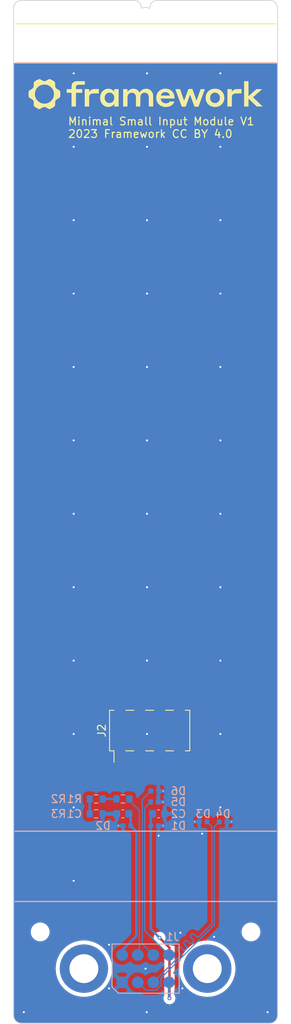
<source format=kicad_pcb>
(kicad_pcb (version 20240108) (generator "pcbnew") (generator_version "8.0")
  (title_block (title "Minimal Small Input Module") (date "2023-03-12") (rev "V1") (company "Framework Computer Inc") (comment 1 "https://frame.work") (comment 2 "https://github.com/FrameworkComputer/InputModules") (comment 3 "This work is licensed under a Creative Commons Attribution 4.0 International License"))
  (layers (0 "F.Cu" signal) (31 "B.Cu" signal) (34 "B.Paste" user) (35 "F.Paste" user) (36 "B.SilkS" user "B.Silkscreen") (37 "F.SilkS" user "F.Silkscreen") (38 "B.Mask" user) (39 "F.Mask" user) (44 "Edge.Cuts" user))
  (net 0 "")
  (net 1 "GND")
  (net 2 "+3V3")
  (net 3 "+5V")
  (net 4 "/I2C_SDA")
  (net 5 "/I2C_SCL")
  (net 6 "/TP_INT_0")
  (net 7 "/BOARD_ID")
  (net 8 "/TP_INT_1")
  (net 9 "Net-(R1-Pad2)")
  (net 10 "Net-(R2-Pad1)")
  (footprint "MountingHole:MountingHole_2.1mm" (layer "F.Cu") (at 80.42 169.3)
    (property "Reference" "H4" (hide yes))
    (property "Value" "MountingHole")
    (pad "" np_thru_hole circle (at 0 0) (size 2.1 2.1) (drill 2.1) (layers "*.Cu" "*.Mask"))
  )
  (footprint "Connector_PinHeader_2.54mm:PinHeader_2x04_P2.54mm_Vertical_SMD" (layer "F.Cu") (at 67.437 143.51 90)
    (property "Reference" "J2" (at 0 -6.14 90) (layer "F.SilkS"))
    (property "Value" "Debug Header")
    (fp_line (start 2.6 -5.14) (end 2.6 -4.57) (stroke (width 0.12)) (layer "F.SilkS"))
    (fp_line (start -2.6 -5.14) (end 2.6 -5.14) (stroke (width 0.12)) (layer "F.SilkS"))
    (fp_line (start -2.6 -5.14) (end -2.6 -4.57) (stroke (width 0.12)) (layer "F.SilkS"))
    (fp_line (start -4.04 -4.57) (end -2.6 -4.57) (stroke (width 0.12)) (layer "F.SilkS"))
    (fp_line (start 2.6 -3.05) (end 2.6 -2.03) (stroke (width 0.12)) (layer "F.SilkS"))
    (fp_line (start -2.6 -3.05) (end -2.6 -2.03) (stroke (width 0.12)) (layer "F.SilkS"))
    (fp_line (start 2.6 -0.51) (end 2.6 0.51) (stroke (width 0.12)) (layer "F.SilkS"))
    (fp_line (start -2.6 -0.51) (end -2.6 0.51) (stroke (width 0.12)) (layer "F.SilkS"))
    (fp_line (start 2.6 2.03) (end 2.6 3.05) (stroke (width 0.12)) (layer "F.SilkS"))
    (fp_line (start -2.6 2.03) (end -2.6 3.05) (stroke (width 0.12)) (layer "F.SilkS"))
    (fp_line (start 2.6 4.57) (end 2.6 5.14) (stroke (width 0.12)) (layer "F.SilkS"))
    (fp_line (start -2.6 4.57) (end -2.6 5.14) (stroke (width 0.12)) (layer "F.SilkS"))
    (fp_line (start -2.6 5.14) (end 2.6 5.14) (stroke (width 0.12)) (layer "F.SilkS"))
    (pad "1" smd rect (at -2.525 -3.81 90) (size 3.15 1) (layers "F.Cu" "F.Paste" "F.Mask") (net 1 "GND"))
    (pad "2" smd rect (at 2.525 -3.81 90) (size 3.15 1) (layers "F.Cu" "F.Paste" "F.Mask") (net 3 "+5V"))
    (pad "3" smd rect (at -2.525 -1.27 90) (size 3.15 1) (layers "F.Cu" "F.Paste" "F.Mask") (net 5 "/I2C_SCL"))
    (pad "4" smd rect (at 2.525 -1.27 90) (size 3.15 1) (layers "F.Cu" "F.Paste" "F.Mask") (net 7 "/BOARD_ID"))
    (pad "5" smd rect (at -2.525 1.27 90) (size 3.15 1) (layers "F.Cu" "F.Paste" "F.Mask") (net 4 "/I2C_SDA"))
    (pad "6" smd rect (at 2.525 1.27 90) (size 3.15 1) (layers "F.Cu" "F.Paste" "F.Mask") (net 8 "/TP_INT_1"))
    (pad "7" smd rect (at -2.525 3.81 90) (size 3.15 1) (layers "F.Cu" "F.Paste" "F.Mask") (net 2 "+3V3"))
    (pad "8" smd rect (at 2.525 3.81 90) (size 3.15 1) (layers "F.Cu" "F.Paste" "F.Mask") (net 6 "/TP_INT_0"))
  )
  (footprint "MountingHole:MountingHole_2.1mm" (layer "F.Cu") (at 53.41 169.3)
    (property "Reference" "H3" (hide yes))
    (property "Value" "MountingHole")
    (pad "" np_thru_hole circle (at 0 0) (size 2.1 2.1) (drill 2.1) (layers "*.Cu" "*.Mask"))
  )
  (footprint "InputModule:Framework-Logo_3.8mm_SilkScreen" (layer "F.Cu") (at 66.9125 62)
    (property "Reference" "G***" (hide yes))
    (property "Value" "LOGO" (hide yes))
    (fp_poly (pts (xy 13.191358 -0.696725) (xy 13.194163 0.264742) (xy 13.701497 -0.186237) (xy 14.20883 -0.637215) (xy 14.944264 -0.631431) (xy 14.35715 -0.116281) (xy 14.260339 -0.031182) (xy 14.168592 0.049769) (xy 14.083214 0.125399) (xy 14.005512 0.194538) (xy 13.936789 0.256016) (xy 13.878352 0.308661) (xy 13.831505 0.351303) (xy 13.797555 0.382771) (xy 13.777807 0.401895) (xy 13.773107 0.407511) (xy 13.781381 0.416351) (xy 13.80428 0.439065) (xy 13.840504 0.474402) (xy 13.888752 0.521109) (xy 13.947727 0.577936) (xy 14.016126 0.643632) (xy 14.09265 0.716946) (xy 14.176 0.796625) (xy 14.264875 0.881419) (xy 14.319758 0.933702) (xy 14.413547 1.023038) (xy 14.504318 1.109576) (xy 14.590548 1.191856) (xy 14.670712 1.268421) (xy 14.743286 1.337814) (xy 14.806745 1.398576) (xy 14.859567 1.44925) (xy 14.900225 1.488378) (xy 14.927198 1.514503) (xy 14.934615 1.521777) (xy 15.005892 1.592305) (xy 14.627135 1.591974) (xy 14.248379 1.591643) (xy 13.721271 1.089668) (xy 13.194163 0.587692) (xy 13.191307 1.089998) (xy 13.188451 1.592305) (xy 12.628621 1.592305) (xy 12.628621 -1.658193) (xy 13.188553 -1.658193)) (fill solid) (layer "F.SilkS"))
    (fp_poly (pts (xy 12.299178 -0.089694) (xy 11.890121 -0.084905) (xy 11.773837 -0.083384) (xy 11.676988 -0.081594) (xy 11.597046 -0.079241) (xy 11.531484 -0.076031) (xy 11.477773 -0.071671) (xy 11.433387 -0.065866) (xy 11.395797 -0.058322) (xy 11.362476 -0.048746) (xy 11.330896 -0.036842) (xy 11.298528 -0.022318) (xy 11.281542 -0.01412) (xy 11.204113 0.035213) (xy 11.142885 0.0993) (xy 11.098119 0.177789) (xy 11.070073 0.270326) (xy 11.069345 0.274092) (xy 11.066999 0.297725) (xy 11.064879 0.341747) (xy 11.063008 0.404589) (xy 11.061411 0.484679) (xy 11.060116 0.580444) (xy 11.059145 0.690315) (xy 11.058526 0.812718) (xy 11.058282 0.946084) (xy 11.058279 0.962372) (xy 11.058279 1.592305) (xy 10.487246 1.592305) (xy 10.487246 -0.636922) (xy 11.058279 -0.636922) (xy 11.058279 -0.283014) (xy 11.103022 -0.350017) (xy 11.173973 -0.436631) (xy 11.262137 -0.510308) (xy 11.366477 -0.570329) (xy 11.485955 -0.615973) (xy 11.486733 -0.616207) (xy 11.510544 -0.623001) (xy 11.533849 -0.62848) (xy 11.559392 -0.632822) (xy 11.589915 -0.636205) (xy 11.628161 -0.638806) (xy 11.676873 -0.640804) (xy 11.738795 -0.642376) (xy 11.816669 -0.643699) (xy 11.913238 -0.644953) (xy 11.934046 -0.645199) (xy 12.299178 -0.64948)) (fill solid) (layer "F.SilkS"))
    (fp_poly (pts (xy -5.984868 -0.089694) (xy -6.393926 -0.084905) (xy -6.505552 -0.083442) (xy -6.597553 -0.081838) (xy -6.672267 -0.079981) (xy -6.732034 -0.07776) (xy -6.77919 -0.075062) (xy -6.816075 -0.071775) (xy -6.845025 -0.067787) (xy -6.868381 -0.062986) (xy -6.87244 -0.061956) (xy -6.969931 -0.028672) (xy -7.052561 0.015783) (xy -7.118443 0.070117) (xy -7.165688 0.133039) (xy -7.170453 0.14196) (xy -7.18153 0.164502) (xy -7.191013 0.186641) (xy -7.199027 0.210211) (xy -7.205695 0.237044) (xy -7.211141 0.268975) (xy -7.21549 0.307836) (xy -7.218865 0.35546) (xy -7.221389 0.413681) (xy -7.223187 0.484332) (xy -7.224383 0.569247) (xy -7.225101 0.670258) (xy -7.225463 0.7892) (xy -7.225596 0.927905) (xy -7.225605 0.958128) (xy -7.225768 1.592305) (xy -7.796801 1.592305) (xy -7.796801 -0.636922) (xy -7.225768 -0.636922) (xy -7.225768 -0.283014) (xy -7.181025 -0.350017) (xy -7.110074 -0.436631) (xy -7.02191 -0.510308) (xy -6.91757 -0.570329) (xy -6.798092 -0.615973) (xy -6.797313 -0.616207) (xy -6.773502 -0.623001) (xy -6.750197 -0.62848) (xy -6.724655 -0.632822) (xy -6.694132 -0.636205) (xy -6.655886 -0.638806) (xy -6.607173 -0.640804) (xy -6.545252 -0.642376) (xy -6.467378 -0.643699) (xy -6.370809 -0.644953) (xy -6.35 -0.645199) (xy -5.984868 -0.64948)) (fill solid) (layer "F.SilkS"))
    (fp_poly (pts (xy -7.777361 -1.430328) (xy -7.780329 -1.202464) (xy -8.241548 -1.196973) (xy -8.354723 -1.195581) (xy -8.448112 -1.19427) (xy -8.523891 -1.19292) (xy -8.584235 -1.191409) (xy -8.63132 -1.189616) (xy -8.667323 -1.187419) (xy -8.694419 -1.184699) (xy -8.714784 -1.181333) (xy -8.730593 -1.177201) (xy -8.744022 -1.172181) (xy -8.752184 -1.168534) (xy -8.789623 -1.145966) (xy -8.827622 -1.115204) (xy -8.84216 -1.100555) (xy -8.869598 -1.065149) (xy -8.889796 -1.025999) (xy -8.903682 -0.979235) (xy -8.912184 -0.920989) (xy -8.916227 -0.847391) (xy -8.916905 -0.788668) (xy -8.916905 -0.636922) (xy -8.115262 -0.636922) (xy -8.115262 -0.164721) (xy -8.916905 -0.164721) (xy -8.916905 1.592305) (xy -9.487938 1.592305) (xy -9.487938 -0.164721) (xy -10.102897 -0.164721) (xy -10.102897 -0.636922) (xy -9.490525 -0.636922) (xy -9.484891 -0.886749) (xy -9.482167 -0.983243) (xy -9.478714 -1.060079) (xy -9.474362 -1.119554) (xy -9.468941 -1.163965) (xy -9.462282 -1.195609) (xy -9.462035 -1.196476) (xy -9.419784 -1.307455) (xy -9.361254 -1.403747) (xy -9.286851 -1.484952) (xy -9.196974 -1.550669) (xy -9.092028 -1.600499) (xy -9.037085 -1.618468) (xy -9.002078 -1.62745) (xy -8.963906 -1.635029) (xy -8.920503 -1.641313) (xy -8.869801 -1.646411) (xy -8.809732 -1.650432) (xy -8.738231 -1.653485) (xy -8.65323 -1.655678) (xy -8.552661 -1.657121) (xy -8.434458 -1.657922) (xy -8.296553 -1.658191) (xy -8.282794 -1.658193) (xy -7.774393 -1.658193)) (fill solid) (layer "F.SilkS"))
    (fp_poly (pts (xy 9.070952 -0.68246) (xy 9.230199 -0.654216) (xy 9.378923 -0.606888) (xy 9.517649 -0.540267) (xy 9.646901 -0.454145) (xy 9.767203 -0.348313) (xy 9.768735 -0.346783) (xy 9.871645 -0.228552) (xy 9.956115 -0.098742) (xy 10.021711 0.041649) (xy 10.067996 0.191622) (xy 10.094537 0.350179) (xy 10.099319 0.411803) (xy 10.097763 0.574071) (xy 10.075937 0.73065) (xy 10.034704 0.880063) (xy 9.974931 1.020834) (xy 9.897484 1.151486) (xy 9.803228 1.270543) (xy 9.69303 1.37653) (xy 9.567755 1.467969) (xy 9.438403 1.538693) (xy 9.327224 1.58287) (xy 9.204886 1.617675) (xy 9.077728 1.642009) (xy 8.952088 1.654771) (xy 8.834307 1.654863) (xy 8.790618 1.651083) (xy 8.623915 1.624268) (xy 8.47313 1.58387) (xy 8.336246 1.528982) (xy 8.211245 1.458696) (xy 8.096109 1.372107) (xy 8.026575 1.307622) (xy 7.923883 1.191011) (xy 7.840794 1.065843) (xy 7.776993 0.931314) (xy 7.732163 0.786622) (xy 7.705989 0.630963) (xy 7.69831 0.477691) (xy 8.269001 0.477691) (xy 8.2786 0.602568) (xy 8.306373 0.717796) (xy 8.350785 0.82211) (xy 8.410299 0.914245) (xy 8.483379 0.992937) (xy 8.56849 1.05692) (xy 8.664096 1.104931) (xy 8.768661 1.135704) (xy 8.880649 1.147974) (xy 8.998525 1.140477) (xy 9.059663 1.12881) (xy 9.15314 1.097492) (xy 9.240231 1.047979) (xy 9.323948 0.978507) (xy 9.335246 0.967412) (xy 9.401608 0.892332) (xy 9.451523 0.814257) (xy 9.489027 0.726143) (xy 9.506423 0.66863) (xy 9.5182 0.604948) (xy 9.524343 0.528201) (xy 9.524867 0.446471) (xy 9.519791 0.36784) (xy 9.509128 0.300389) (xy 9.50566 0.286468) (xy 9.464568 0.174077) (xy 9.406808 0.073625) (xy 9.334046 -0.013181) (xy 9.247948 -0.084634) (xy 9.150183 -0.139025) (xy 9.059663 -0.170436) (xy 8.99319 -0.181809) (xy 8.915474 -0.185872) (xy 8.834222 -0.182967) (xy 8.757144 -0.173435) (xy 8.691947 -0.157618) (xy 8.680804 -0.153651) (xy 8.575229 -0.102204) (xy 8.48362 -0.034543) (xy 8.40695 0.047838) (xy 8.346195 0.143445) (xy 8.30233 0.250782) (xy 8.27633 0.368354) (xy 8.269001 0.477691) (xy 7.69831 0.477691) (xy 7.698112 0.473733) (xy 7.708101 0.307232) (xy 7.737595 0.150494) (xy 7.786379 0.003932) (xy 7.854237 -0.132037) (xy 7.940954 -0.256999) (xy 8.046315 -0.370539) (xy 8.170105 -0.472241) (xy 8.199233 -0.492607) (xy 8.332362 -0.56999) (xy 8.476113 -0.628388) (xy 8.630709 -0.667865) (xy 8.796374 -0.688483) (xy 8.900657 -0.691829)) (fill solid) (layer "F.SilkS"))
    (fp_poly (pts (xy -4.650903 -0.679798) (xy -4.571159 -0.670673) (xy -4.51885 -0.66008) (xy -4.409776 -0.623382) (xy -4.304142 -0.572313) (xy -4.206483 -0.509795) (xy -4.121335 -0.438752) (xy -4.053233 -0.362108) (xy -4.050249 -0.358033) (xy -4.019196 -0.315165) (xy -4.019196 -0.636922) (xy -3.448163 -0.636922) (xy -3.448163 1.592305) (xy -4.008215 1.592305) (xy -4.00873 1.424838) (xy -4.009246 1.257372) (xy -4.038154 1.295806) (xy -4.05864 1.320208) (xy -4.089972 1.354249) (xy -4.127046 1.392472) (xy -4.148796 1.414046) (xy -4.239654 1.488748) (xy -4.34549 1.55145) (xy -4.461381 1.599438) (xy -4.513359 1.614948) (xy -4.573022 1.626784) (xy -4.647027 1.635649) (xy -4.727911 1.641163) (xy -4.808207 1.642947) (xy -4.88045 1.64062) (xy -4.925162 1.635902) (xy -5.070656 1.602823) (xy -5.208027 1.550335) (xy -5.33532 1.479556) (xy -5.450578 1.391606) (xy -5.551847 1.287604) (xy -5.567625 1.26829) (xy -5.649431 1.148351) (xy -5.715605 1.015206) (xy -5.765773 0.871449) (xy -5.79956 0.719672) (xy -5.816591 0.562469) (xy -5.816528 0.459828) (xy -5.237723 0.459828) (xy -5.23507 0.549761) (xy -5.225214 0.633203) (xy -5.216918 0.672431) (xy -5.177576 0.786382) (xy -5.121667 0.887397) (xy -5.050311 0.974143) (xy -4.96463 1.045284) (xy -4.865745 1.099486) (xy -4.854014 1.104396) (xy -4.753404 1.134283) (xy -4.644997 1.146776) (xy -4.53477 1.141588) (xy -4.447471 1.124007) (xy -4.346944 1.084879) (xy -4.25634 1.027137) (xy -4.177246 0.952484) (xy -4.111249 0.862626) (xy -4.05994 0.759268) (xy -4.033561 0.679612) (xy -4.022233 0.618921) (xy -4.015852 0.54438) (xy -4.014401 0.463535) (xy -4.017863 0.383929) (xy -4.026221 0.313108) (xy -4.034494 0.274535) (xy -4.074847 0.163999) (xy -4.131426 0.065105) (xy -4.202442 -0.020274) (xy -4.286109 -0.090269) (xy -4.380639 -0.143008) (xy -4.459891 -0.17073) (xy -4.515835 -0.180619) (xy -4.584625 -0.185442) (xy -4.657736 -0.185209) (xy -4.726646 -0.179933) (xy -4.780173 -0.170332) (xy -4.884969 -0.132028) (xy -4.97963 -0.075297) (xy -5.06238 -0.002017) (xy -5.131443 0.085929) (xy -5.185044 0.186662) (xy -5.221024 0.296665) (xy -5.233074 0.372447) (xy -5.237723 0.459828) (xy -5.816528 0.459828) (xy -5.816492 0.402432) (xy -5.798888 0.242154) (xy -5.763405 0.084229) (xy -5.746589 0.029679) (xy -5.702354 -0.085331) (xy -5.649051 -0.187012) (xy -5.582862 -0.281492) (xy -5.499967 -0.374901) (xy -5.485214 -0.38984) (xy -5.386175 -0.479262) (xy -5.284879 -0.550192) (xy -5.176287 -0.605393) (xy -5.055361 -0.647628) (xy -4.980637 -0.666588) (xy -4.911196 -0.677553) (xy -4.828225 -0.683341) (xy -4.739026 -0.684055)) (fill solid) (layer "F.SilkS"))
    (fp_poly (pts (xy 2.718428 -0.683016) (xy 2.873012 -0.656434) (xy 3.016018 -0.611693) (xy 3.148265 -0.548486) (xy 3.270569 -0.466508) (xy 3.360827 -0.388144) (xy 3.463433 -0.276501) (xy 3.547306 -0.156857) (xy 3.613096 -0.02769) (xy 3.661452 0.11252) (xy 3.693024 0.265295) (xy 3.708161 0.42553) (xy 3.715006 0.571033) (xy 1.943709 0.571033) (xy 1.943709 0.60167) (xy 1.949058 0.648718) (xy 1.963819 0.708173) (xy 1.986069 0.773632) (xy 2.01388 0.838692) (xy 2.01681 0.844758) (xy 2.073174 0.935831) (xy 2.146352 1.015364) (xy 2.233538 1.08169) (xy 2.331925 1.133141) (xy 2.438709 1.168053) (xy 2.551085 1.184756) (xy 2.59114 1.185992) (xy 2.697543 1.178232) (xy 2.801955 1.156052) (xy 2.899965 1.121107) (xy 2.987162 1.075048) (xy 3.059134 1.019529) (xy 3.073365 1.005284) (xy 3.130945 0.944401) (xy 3.410349 0.944401) (xy 3.486084 0.944544) (xy 3.554024 0.944944) (xy 3.611255 0.945563) (xy 3.65486 0.946361) (xy 3.681927 0.947299) (xy 3.689753 0.948187) (xy 3.686596 0.959808) (xy 3.678429 0.985936) (xy 3.670028 1.011765) (xy 3.625375 1.114885) (xy 3.561526 1.21545) (xy 3.481247 1.310661) (xy 3.387302 1.397719) (xy 3.282458 1.473824) (xy 3.169479 1.536177) (xy 3.138032 1.550252) (xy 2.997425 1.599486) (xy 2.844841 1.633464) (xy 2.684644 1.651603) (xy 2.521205 1.653317) (xy 2.422552 1.646129) (xy 2.264431 1.61919) (xy 2.11319 1.573038) (xy 1.970844 1.508775) (xy 1.839409 1.427501) (xy 1.720901 1.33032) (xy 1.617335 1.218332) (xy 1.600654 1.196974) (xy 1.550733 1.122369) (xy 1.502118 1.03338) (xy 1.458366 0.937467) (xy 1.423037 0.842093) (xy 1.409364 0.795894) (xy 1.398567 0.753344) (xy 1.39075 0.715769) (xy 1.385417 0.678096) (xy 1.382067 0.635253) (xy 1.380202 0.582168) (xy 1.379324 0.513766) (xy 1.379175 0.488673) (xy 1.379395 0.402741) (xy 1.381516 0.333175) (xy 1.386288 0.274405) (xy 1.39446 0.220865) (xy 1.402277 0.186684) (xy 1.965672 0.186684) (xy 3.1202 0.186684) (xy 3.113261 0.161976) (xy 3.087591 0.094512) (xy 3.049069 0.022771) (xy 3.002757 -0.044817) (xy 2.959173 -0.094566) (xy 2.879045 -0.16077) (xy 2.791004 -0.208448) (xy 2.692816 -0.238448) (xy 2.582248 -0.251615) (xy 2.542634 -0.25241) (xy 2.423475 -0.243979) (xy 2.317385 -0.218658) (xy 2.222637 -0.175788) (xy 2.137502 -0.114709) (xy 2.106623 -0.085901) (xy 2.072262 -0.046434) (xy 2.038269 0.001485) (xy 2.007669 0.052509) (xy 1.983489 0.101292) (xy 1.968754 0.142488) (xy 1.965672 0.163128) (xy 1.965672 0.186684) (xy 1.402277 0.186684) (xy 1.406781 0.166987) (xy 1.423999 0.107202) (xy 1.435315 0.071379) (xy 1.4861 -0.060402) (xy 1.550222 -0.178591) (xy 1.631034 -0.288832) (xy 1.685598 -0.350012) (xy 1.797927 -0.452755) (xy 1.923226 -0.537774) (xy 2.061498 -0.605073) (xy 2.163337 -0.640836) (xy 2.237984 -0.661483) (xy 2.307307 -0.676008) (xy 2.378085 -0.6853) (xy 2.457097 -0.69025) (xy 2.551121 -0.691745) (xy 2.551452 -0.691746)) (fill solid) (layer "F.SilkS"))
    (fp_poly (pts (xy 6.258654 0.079419) (xy 6.302858 0.201164) (xy 6.34499 0.31689) (xy 6.38444 0.424935) (xy 6.420594 0.52364) (xy 6.452842 0.611343) (xy 6.480571 0.686384) (xy 6.503171 0.747102) (xy 6.520028 0.791837) (xy 6.530532 0.818927) (xy 6.533967 0.826801) (xy 6.538673 0.818151) (xy 6.549874 0.790347) (xy 6.566982 0.745026) (xy 6.589411 0.683825) (xy 6.616575 0.60838) (xy 6.647887 0.520329) (xy 6.682761 0.421308) (xy 6.720611 0.312953) (xy 6.76085 0.196902) (xy 6.791653 0.107519) (xy 6.833374 -0.013667) (xy 6.87313 -0.128777) (xy 6.91033 -0.236123) (xy 6.944383 -0.334019) (xy 6.974698 -0.420777) (xy 7.000686 -0.494709) (xy 7.021754 -0.554128) (xy 7.037313 -0.597347) (xy 7.046771 -0.622677) (xy 7.049463 -0.628882) (xy 7.062108 -0.631096) (xy 7.093637 -0.632856) (xy 7.140974 -0.6341) (xy 7.201046 -0.634769) (xy 7.270776 -0.6348) (xy 7.327227 -0.634372) (xy 7.597408 -0.631431) (xy 6.782946 1.614267) (xy 6.528428 1.614267) (xy 6.447374 1.61422) (xy 6.385538 1.613908) (xy 6.340175 1.613076) (xy 6.308539 1.611468) (xy 6.287887 1.608828) (xy 6.275473 1.6049) (xy 6.268552 1.599428) (xy 6.26438 1.592158) (xy 6.263241 1.589559) (xy 6.257795 1.575393) (xy 6.24544 1.542289) (xy 6.226799 1.491938) (xy 6.202493 1.426033) (xy 6.173145 1.346267) (xy 6.139378 1.254333) (xy 6.101813 1.151922) (xy 6.061072 1.040727) (xy 6.017778 0.922441) (xy 5.978707 0.815594) (xy 5.919703 0.654669) (xy 5.867823 0.514252) (xy 5.822978 0.394107) (xy 5.785076 0.293999) (xy 5.754026 0.213691) (xy 5.729737 0.152949) (xy 5.712118 0.111536) (xy 5.701078 0.089217) (xy 5.696659 0.085331) (xy 5.691651 0.098544) (xy 5.679766 0.130729) (xy 5.661614 0.180214) (xy 5.637805 0.245323) (xy 5.60895 0.324382) (xy 5.575659 0.415718) (xy 5.538545 0.517657) (xy 5.498215 0.628523) (xy 5.455283 0.746644) (xy 5.415365 0.85655) (xy 5.142255 1.608777) (xy 4.89447 1.611726) (xy 4.822943 1.612186) (xy 4.759005 1.611848) (xy 4.705845 1.610793) (xy 4.666653 1.609097) (xy 4.644616 1.606839) (xy 4.641019 1.605508) (xy 4.63661 1.594356) (xy 4.625199 1.564268) (xy 4.607386 1.516863) (xy 4.583772 1.45376) (xy 4.554957 1.376578) (xy 4.521541 1.286934) (xy 4.484126 1.186448) (xy 4.443311 1.076738) (xy 4.399698 0.959424) (xy 4.353886 0.836123) (xy 4.306475 0.708454) (xy 4.258068 0.578036) (xy 4.209263 0.446488) (xy 4.160661 0.315428) (xy 4.112864 0.186475) (xy 4.06647 0.061247) (xy 4.022082 -0.058636) (xy 3.980299 -0.171557) (xy 3.941721 -0.275896) (xy 3.90695 -0.370035) (xy 3.876585 -0.452355) (xy 3.851228 -0.521237) (xy 3.831478 -0.575064) (xy 3.817936 -0.612216) (xy 3.811202 -0.631074) (xy 3.810549 -0.633147) (xy 3.821066 -0.634126) (xy 3.850764 -0.635011) (xy 3.896857 -0.635766) (xy 3.956564 -0.636359) (xy 4.027102 -0.636755) (xy 4.105686 -0.636919) (xy 4.11699 -0.636922) (xy 4.423431 -0.636922) (xy 4.455772 -0.546325) (xy 4.46511 -0.519774) (xy 4.480851 -0.474548) (xy 4.502271 -0.412744) (xy 4.528646 -0.336461) (xy 4.559251 -0.247798) (xy 4.593363 -0.148853) (xy 4.630256 -0.041724) (xy 4.669206 0.07149) (xy 4.709489 0.18869) (xy 4.711616 0.194883) (xy 4.750917 0.308796) (xy 4.788268 0.416109) (xy 4.823045 0.515093) (xy 4.854625 0.604016) (xy 4.882384 0.681148) (xy 4.905698 0.74476) (xy 4.923943 0.79312) (xy 4.936497 0.824498) (xy 4.942735 0.837165) (xy 4.943175 0.837295) (xy 4.948153 0.825866) (xy 4.959974 0.795434) (xy 4.978028 0.747658) (xy 5.001702 0.684192) (xy 5.030385 0.606694) (xy 5.063465 0.516821) (xy 5.100331 0.416228) (xy 5.140371 0.306574) (xy 5.182973 0.189514) (xy 5.219864 0.087851) (xy 5.488499 -0.653394) (xy 5.73965 -0.656335) (xy 5.990801 -0.659277)) (fill solid) (layer "F.SilkS"))
    (fp_poly (pts (xy -1.509944 -0.686381) (xy -1.44244 -0.677435) (xy -1.368078 -0.662942) (xy -1.294826 -0.644794) (xy -1.230651 -0.624881) (xy -1.199233 -0.61262) (xy -1.123918 -0.573489) (xy -1.045517 -0.522237) (xy -0.973047 -0.465071) (xy -0.939101 -0.433478) (xy -0.901836 -0.392848) (xy -0.864011 -0.345936) (xy -0.829482 -0.298119) (xy -0.802108 -0.254769) (xy -0.785746 -0.221262) (xy -0.784823 -0.218532) (xy -0.77777 -0.202967) (xy -0.7689 -0.201098) (xy -0.755865 -0.214691) (xy -0.736319 -0.245512) (xy -0.726554 -0.262356) (xy -0.668676 -0.346373) (xy -0.594137 -0.428265) (xy -0.508102 -0.503454) (xy -0.415735 -0.567367) (xy -0.333464 -0.610584) (xy -0.23282 -0.646395) (xy -0.120077 -0.671711) (xy -0.002988 -0.685427) (xy 0.110691 -0.686438) (xy 0.165322 -0.681647) (xy 0.254495 -0.668093) (xy 0.330304 -0.6507) (xy 0.401308 -0.626971) (xy 0.476065 -0.594408) (xy 0.494163 -0.585664) (xy 0.541818 -0.561128) (xy 0.580859 -0.537453) (xy 0.617105 -0.510287) (xy 0.656378 -0.475276) (xy 0.703328 -0.429243) (xy 0.749855 -0.381372) (xy 0.784581 -0.341985) (xy 0.812056 -0.304896) (xy 0.836825 -0.263923) (xy 0.863437 -0.212881) (xy 0.865549 -0.208647) (xy 0.88508 -0.169542) (xy 0.902044 -0.13494) (xy 0.916628 -0.103044) (xy 0.929019 -0.072057) (xy 0.939405 -0.040183) (xy 0.947974 -0.005625) (xy 0.954913 0.033414) (xy 0.96041 0.078731) (xy 0.964653 0.132123) (xy 0.967829 0.195385) (xy 0.970126 0.270316) (xy 0.971731 0.358712) (xy 0.972833 0.462369) (xy 0.973618 0.583084) (xy 0.974275 0.722655) (xy 0.974781 0.837333) (xy 0.978201 1.592305) (xy 0.418826 1.592305) (xy 0.414613 0.936165) (xy 0.413666 0.797334) (xy 0.412706 0.678679) (xy 0.411676 0.57841) (xy 0.410519 0.49474) (xy 0.409179 0.425882) (xy 0.407597 0.370048) (xy 0.405717 0.325449) (xy 0.403482 0.290299) (xy 0.400834 0.262808) (xy 0.397717 0.24119) (xy 0.394073 0.223656) (xy 0.391549 0.214138) (xy 0.351244 0.105693) (xy 0.297449 0.014501) (xy 0.230429 -0.059237) (xy 0.150447 -0.11532) (xy 0.057765 -0.153544) (xy -0.047355 -0.173707) (xy -0.117235 -0.177052) (xy -0.189863 -0.174751) (xy -0.24968 -0.166711) (xy -0.305493 -0.151071) (xy -0.366106 -0.125973) (xy -0.372 -0.123232) (xy -0.427497 -0.089574) (xy -0.484961 -0.041852) (xy -0.538059 0.013662) (xy -0.580462 0.070696) (xy -0.596163 0.098833) (xy -0.609548 0.126784) (xy -0.621017 0.152158) (xy -0.63073 0.176845) (xy -0.638846 0.202734) (xy -0.645524 0.231715) (xy -0.650924 0.265676) (xy -0.655205 0.306507) (xy -0.658526 0.356096) (xy -0.661046 0.416334) (xy -0.662925 0.489109) (xy -0.664321 0.576311) (xy -0.665394 0.679829) (xy -0.666304 0.801552) (xy -0.667198 0.941656) (xy -0.671274 1.592305) (xy -1.228385 1.592305) (xy -1.232598 0.936165) (xy -1.233546 0.797334) (xy -1.234506 0.678679) (xy -1.235536 0.57841) (xy -1.236692 0.49474) (xy -1.238033 0.425882) (xy -1.239615 0.370048) (xy -1.241494 0.325449) (xy -1.24373 0.290299) (xy -1.246377 0.262808) (xy -1.249494 0.24119) (xy -1.253138 0.223656) (xy -1.255662 0.214138) (xy -1.295968 0.105693) (xy -1.349762 0.014501) (xy -1.416782 -0.059237) (xy -1.496765 -0.11532) (xy -1.589447 -0.153544) (xy -1.694566 -0.173707) (xy -1.764446 -0.177052) (xy -1.837613 -0.174698) (xy -1.897797 -0.166533) (xy -1.953609 -0.150746) (xy -2.013661 -0.125528) (xy -2.016977 -0.123964) (xy -2.101981 -0.071739) (xy -2.174599 -0.00178) (xy -2.234097 0.085031) (xy -2.279741 0.187808) (xy -2.2822 0.194987) (xy -2.310835 0.280026) (xy -2.314723 0.936165) (xy -2.318611 1.592305) (xy -2.877129 1.592305) (xy -2.877129 -0.636922) (xy -2.317609 -0.636922) (xy -2.314598 -0.454312) (xy -2.311587 -0.271703) (xy -2.276209 -0.326334) (xy -2.241868 -0.371311) (xy -2.194505 -0.422575) (xy -2.139758 -0.474835) (xy -2.08327 -0.5228) (xy -2.030679 -0.561179) (xy -2.016238 -0.570191) (xy -1.917258 -0.618754) (xy -1.806425 -0.655789) (xy -1.69072 -0.679696) (xy -1.577125 -0.688871)) (fill solid) (layer "F.SilkS"))
    (fp_poly (pts (xy -13.60297 -1.921505) (xy -13.581398 -1.920442) (xy -13.559572 -1.916639) (xy -13.534705 -1.908824) (xy -13.504009 -1.895728) (xy -13.464696 -1.87608) (xy -13.413979 -1.848609) (xy -13.349069 -1.812046) (xy -13.295381 -1.781329) (xy -13.219304 -1.738685) (xy -13.157437 -1.706838) (xy -13.105758 -1.684338) (xy -13.060249 -1.669731) (xy -13.016888 -1.661567) (xy -12.971657 -1.658393) (xy -12.954425 -1.658193) (xy -12.913051 -1.660019) (xy -12.872598 -1.666352) (xy -12.829743 -1.678476) (xy -12.781165 -1.697673) (xy -12.723541 -1.725227) (xy -12.653548 -1.762419) (xy -12.584681 -1.800959) (xy -12.506665 -1.844672) (xy -12.444036 -1.877743) (xy -12.393438 -1.900982) (xy -12.351518 -1.915198) (xy -12.314919 -1.921202) (xy -12.280287 -1.919803) (xy -12.244268 -1.91181) (xy -12.203507 -1.898033) (xy -12.195249 -1.894941) (xy -12.112574 -1.859965) (xy -12.023347 -1.815749) (xy -11.932435 -1.765226) (xy -11.844705 -1.71133) (xy -11.765026 -1.656993) (xy -11.698266 -1.605148) (xy -11.66606 -1.576092) (xy -11.622246 -1.525945) (xy -11.598615 -1.480839) (xy -11.597487 -1.476999) (xy -11.593628 -1.45189) (xy -11.590267 -1.409005) (xy -11.587605 -1.352526) (xy -11.585842 -1.286639) (xy -11.58518 -1.218936) (xy -11.584566 -1.131412) (xy -11.582669 -1.062001) (xy -11.578953 -1.006868) (xy -11.572881 -0.962176) (xy -11.563917 -0.924089) (xy -11.551525 -0.888771) (xy -11.535168 -0.852385) (xy -11.533454 -0.848867) (xy -11.510163 -0.807634) (xy -11.481131 -0.769423) (xy -11.443757 -0.732039) (xy -11.395438 -0.693289) (xy -11.333572 -0.650977) (xy -11.255557 -0.602907) (xy -11.210766 -0.576655) (xy -11.133657 -0.531245) (xy -11.073599 -0.493441) (xy -11.028146 -0.460732) (xy -10.994855 -0.430606) (xy -10.971283 -0.400553) (xy -10.954985 -0.368061) (xy -10.943517 -0.33062) (xy -10.935978 -0.294327) (xy -10.930163 -0.248954) (xy -10.92566 -0.185461) (xy -10.922661 -0.107662) (xy -10.921354 -0.019372) (xy -10.921313 0) (xy -10.922242 0.089997) (xy -10.924905 0.170298) (xy -10.92911 0.237087) (xy -10.934667 0.286552) (xy -10.935978 0.294327) (xy -10.945313 0.337748) (xy -10.957476 0.374151) (xy -10.974912 0.406049) (xy -11.000068 0.435958) (xy -11.035389 0.466393) (xy -11.08332 0.499868) (xy -11.146307 0.5389) (xy -11.210406 0.576524) (xy -11.307433 0.6344) (xy -11.386277 0.686468) (xy -11.448794 0.735905) (xy -11.496842 0.785892) (xy -11.532277 0.839606) (xy -11.556957 0.900226) (xy -11.572738 0.97093) (xy -11.581477 1.054896) (xy -11.585031 1.155304) (xy -11.585448 1.218498) (xy -11.586087 1.290438) (xy -11.587834 1.356467) (xy -11.5905 1.412491) (xy -11.593892 1.454415) (xy -11.597487 1.477) (xy -11.619546 1.52203) (xy -11.662394 1.572188) (xy -11.666117 1.575832) (xy -11.720493 1.623292) (xy -11.786718 1.672753) (xy -11.861352 1.722371) (xy -11.94095 1.770304) (xy -12.02207 1.81471) (xy -12.10127 1.853746) (xy -12.175107 1.88557) (xy -12.240139 1.908339) (xy -12.292922 1.920211) (xy -12.31199 1.921506) (xy -12.333866 1.920469) (xy -12.355828 1.916742) (xy -12.380677 1.909052) (xy -12.411215 1.896129) (xy -12.450241 1.8767) (xy -12.500557 1.849494) (xy -12.564963 1.81324) (xy -12.620745 1.78133) (xy -12.696073 1.739048) (xy -12.75725 1.707449) (xy -12.808431 1.685082) (xy -12.853773 1.670494) (xy -12.897431 1.662235) (xy -12.943561 1.658854) (xy -12.972331 1.658551) (xy -13.012865 1.660518) (xy -13.052057 1.666879) (xy -13.0934 1.679001) (xy -13.140389 1.698246) (xy -13.196519 1.725979) (xy -13.265285 1.763564) (xy -13.316921 1.793061) (xy -13.374268 1.825828) (xy -13.427816 1.855774) (xy -13.473516 1.880683) (xy -13.507316 1.898339) (xy -13.522278 1.905427) (xy -13.579671 1.919591) (xy -13.644463 1.916383) (xy -13.719191 1.895621) (xy -13.733202 1.890278) (xy -13.821046 1.851724) (xy -13.915551 1.803533) (xy -14.011004 1.749102) (xy -14.101697 1.691826) (xy -14.181918 1.635104) (xy -14.236228 1.591081) (xy -14.265789 1.563732) (xy -14.288432 1.538113) (xy -14.305077 1.51079) (xy -14.316644 1.478324) (xy -14.32405 1.43728) (xy -14.328217 1.384222) (xy -14.330063 1.315712) (xy -14.330498 1.238695) (xy -14.331258 1.14531) (xy -14.333654 1.070233) (xy -14.338212 1.009835) (xy -14.345454 0.960491) (xy -14.355906 0.918572) (xy -14.370091 0.880452) (xy -14.387444 0.844561) (xy -14.413932 0.800607) (xy -14.446257 0.760186) (xy -14.487243 0.720912) (xy -14.539713 0.680395) (xy -14.606493 0.636247) (xy -14.690405 0.586079) (xy -14.698617 0.581346) (xy -14.775188 0.536577) (xy -14.834687 0.499745) (xy -14.879617 0.468828) (xy -14.912483 0.441802) (xy -14.935787 0.416648) (xy -14.952033 0.391342) (xy -14.962015 0.3686) (xy -14.976392 0.315244) (xy -14.987376 0.244755) (xy -14.994967 0.161698) (xy -14.999166 0.07064) (xy -14.999713 0.006585) (xy -14.182083 0.006585) (xy -14.171657 0.160803) (xy -14.142073 0.311339) (xy -14.093975 0.456491) (xy -14.02801 0.594556) (xy -13.944821 0.723833) (xy -13.845055 0.842621) (xy -13.729357 0.949216) (xy -13.598372 1.041919) (xy -13.50164 1.095781) (xy -13.353299 1.158287) (xy -13.199644 1.199652) (xy -13.040333 1.219925) (xy -12.875028 1.219157) (xy -12.754907 1.206028) (xy -12.607157 1.172923) (xy -12.463984 1.11967) (xy -12.327741 1.047973) (xy -12.20078 0.959536) (xy -12.085456 0.85606) (xy -11.984121 0.73925) (xy -11.899127 0.610809) (xy -11.877565 0.571033) (xy -11.820071 0.447207) (xy -11.779229 0.328514) (xy -11.75339 0.208148) (xy -11.740903 0.079301) (xy -11.739127 0) (xy -11.744771 -0.136064) (xy -11.76228 -0.258655) (xy -11.792517 -0.373308) (xy -11.801373 -0.39917) (xy -11.866741 -0.551226) (xy -11.948931 -0.690382) (xy -12.046532 -0.815633) (xy -12.158133 -0.925976) (xy -12.282322 -1.020408) (xy -12.417688 -1.097925) (xy -12.56282 -1.157524) (xy -12.716306 -1.198201) (xy -12.876734 -1.218952) (xy -12.958063 -1.221543) (xy -13.119954 -1.211018) (xy -13.276369 -1.180169) (xy -13.425681 -1.130088) (xy -13.566265 -1.061864) (xy -13.696493 -0.976589) (xy -13.814741 -0.875353) (xy -13.91938 -0.759247) (xy -14.008786 -0.629361) (xy -14.081331 -0.486786) (xy -14.091956 -0.46115) (xy -14.142878 -0.306094) (xy -14.172705 -0.149615) (xy -14.182083 0.006585) (xy -14.999713 0.006585) (xy -14.999973 -0.023855) (xy -14.997391 -0.117219) (xy -14.991419 -0.204888) (xy -14.982058 -0.282296) (xy -14.969309 -0.344877) (xy -14.961879 -0.3686) (xy -14.949703 -0.395551) (xy -14.932544 -0.420668) (xy -14.907902 -0.445971) (xy -14.873278 -0.473479) (xy -14.826174 -0.505212) (xy -14.76409 -0.543189) (xy -14.698617 -0.581346) (xy -14.613079 -0.632151) (xy -14.54492 -0.676729) (xy -14.491315 -0.717467) (xy -14.449441 -0.756755) (xy -14.416474 -0.79698) (xy -14.38959 -0.840532) (xy -14.387444 -0.844561) (xy -14.36924 -0.882429) (xy -14.355265 -0.920659) (xy -14.344996 -0.962879) (xy -14.337908 -1.012716) (xy -14.333478 -1.073798) (xy -14.331181 -1.149751) (xy -14.330498 -1.238694) (xy -14.329948 -1.323901) (xy -14.327898 -1.390589) (xy -14.323428 -1.442195) (xy -14.315619 -1.482155) (xy -14.303552 -1.513905) (xy -14.286307 -1.540881) (xy -14.262966 -1.56652) (xy -14.236228 -1.59108) (xy -14.174161 -1.641335) (xy -14.102113 -1.692346) (xy -14.023485 -1.742338) (xy -13.94168 -1.789537) (xy -13.860098 -1.832168) (xy -13.782143 -1.868455) (xy -13.711215 -1.896624) (xy -13.650716 -1.914899) (xy -13.604049 -1.921506)) (fill solid) (layer "F.SilkS"))
  )
  (footprint "InputModule:MountingHole_3.7mm_Pad_24929" (layer "B.Cu") (at 59.01 174 180)
    (property "Reference" "H1" (hide yes))
    (property "Value" "24929")
    (pad "1" thru_hole circle (at 0 0 180) (size 6.2 6.2) (drill 3.7) (layers "*.Cu" "*.Mask" "B.Paste"))
  )
  (footprint "Diode_SMD:D_0402_1005Metric" (layer "B.Cu") (at 68.049 152.654 180)
    (property "Reference" "D5" (at -3.071 0 0) (layer "B.SilkS") (effects (justify mirror)))
    (property "Value" "D_TVS" (hide yes))
    (fp_circle (center -1.09 0) (end -1.04 0) (stroke (width 0.1)) (fill none) (layer "B.SilkS"))
    (pad "1" smd roundrect (at -0.485 0 180) (size 0.59 0.64) (layers "B.Cu" "B.Paste" "B.Mask") (net 1 "GND"))
    (pad "2" smd roundrect (at 0.485 0 180) (size 0.59 0.64) (layers "B.Cu" "B.Paste" "B.Mask") (net 6 "/TP_INT_0"))
  )
  (footprint "Resistor_SMD:R_0603_1608Metric" (layer "B.Cu") (at 64.008 152.273 180)
    (property "Reference" "R1" (at 6.223 0 0) (layer "B.SilkS") (effects (justify mirror)))
    (property "Value" "330k")
    (fp_line (start 0.237258 0.5225) (end -0.237258 0.5225) (stroke (width 0.12)) (layer "B.SilkS"))
    (fp_line (start 0.237258 -0.5225) (end -0.237258 -0.5225) (stroke (width 0.12)) (layer "B.SilkS"))
    (pad "1" smd roundrect (at -0.825 0 180) (size 0.8 0.95) (layers "B.Cu" "B.Paste" "B.Mask") (net 7 "/BOARD_ID"))
    (pad "2" smd roundrect (at 0.825 0 180) (size 0.8 0.95) (layers "B.Cu" "B.Paste" "B.Mask") (net 9 "Net-(R1-Pad2)"))
  )
  (footprint "Capacitor_SMD:C_0603_1608Metric" (layer "B.Cu") (at 63.995 154.178 180)
    (property "Reference" "C1" (at 6.21 0 0) (layer "B.SilkS") (effects (justify mirror)))
    (property "Value" "10uF")
    (fp_line (start -0.14058 0.51) (end 0.14058 0.51) (stroke (width 0.12)) (layer "B.SilkS"))
    (fp_line (start -0.14058 -0.51) (end 0.14058 -0.51) (stroke (width 0.12)) (layer "B.SilkS"))
    (pad "1" smd roundrect (at -0.775 0 180) (size 0.9 0.95) (layers "B.Cu" "B.Paste" "B.Mask") (net 3 "+5V"))
    (pad "2" smd roundrect (at 0.775 0 180) (size 0.9 0.95) (layers "B.Cu" "B.Paste" "B.Mask") (net 1 "GND"))
  )
  (footprint "Diode_SMD:D_0402_1005Metric" (layer "B.Cu") (at 68.072 155.702 180)
    (property "Reference" "D1" (at -3.048 0 0) (layer "B.SilkS") (effects (justify mirror)))
    (property "Value" "D_TVS")
    (fp_circle (center -1.09 0) (end -1.04 0) (stroke (width 0.1)) (fill none) (layer "B.SilkS"))
    (pad "1" smd roundrect (at -0.485 0 180) (size 0.59 0.64) (layers "B.Cu" "B.Paste" "B.Mask") (net 1 "GND"))
    (pad "2" smd roundrect (at 0.485 0 180) (size 0.59 0.64) (layers "B.Cu" "B.Paste" "B.Mask") (net 2 "+3V3"))
  )
  (footprint "InputModule:PogoPads_2x4_P2.0mm" (layer "B.Cu") (at 66.915 174 180)
    (property "Reference" "J1" (at -3.443 4.074 180) (layer "B.SilkS") (effects (justify mirror)))
    (property "Value" "Pogo Pins")
    (fp_line (start 4.3 3.15) (end 4.3 -2.35) (stroke (width 0.12)) (layer "B.SilkS"))
    (fp_line (start 3.5 -3.15) (end 4.3 -2.35) (stroke (width 0.12)) (layer "B.SilkS"))
    (fp_line (start 3.5 -3.15) (end -4.3 -3.15) (stroke (width 0.12)) (layer "B.SilkS"))
    (fp_line (start -4.3 3.15) (end 4.3 3.15) (stroke (width 0.12)) (layer "B.SilkS"))
    (fp_line (start -4.3 -3.15) (end -4.3 3.15) (stroke (width 0.12)) (layer "B.SilkS"))
    (pad "1" smd circle (at 3 -1.75 180) (size 1.5 1.5) (property pad_prop_testpoint) (layers "B.Cu" "B.Mask") (net 1 "GND"))
    (pad "2" smd circle (at 3 1.75 180) (size 1.5 1.5) (property pad_prop_testpoint) (layers "B.Cu" "B.Mask") (net 3 "+5V"))
    (pad "3" smd circle (at 1 -1.75 180) (size 1.5 1.5) (property pad_prop_testpoint) (layers "B.Cu" "B.Mask") (net 5 "/I2C_SCL"))
    (pad "4" smd circle (at 1 1.75 180) (size 1.5 1.5) (property pad_prop_testpoint) (layers "B.Cu" "B.Mask") (net 7 "/BOARD_ID"))
    (pad "5" smd circle (at -1 -1.75 180) (size 1.5 1.5) (property pad_prop_testpoint) (layers "B.Cu" "B.Mask") (net 4 "/I2C_SDA"))
    (pad "6" smd circle (at -1 1.75 180) (size 1.5 1.5) (property pad_prop_testpoint) (layers "B.Cu" "B.Mask") (net 8 "/TP_INT_1"))
    (pad "7" smd circle (at -3 -1.75 180) (size 1.5 1.5) (property pad_prop_testpoint) (layers "B.Cu" "B.Mask") (net 2 "+3V3"))
    (pad "8" smd circle (at -3 1.75 180) (size 1.5 1.5) (property pad_prop_testpoint) (layers "B.Cu" "B.Mask") (net 6 "/TP_INT_0"))
  )
  (footprint "Resistor_SMD:R_0603_1608Metric" (layer "B.Cu") (at 60.579 152.273)
    (property "Reference" "R2" (at -4.826 0 360) (layer "B.SilkS") (effects (justify mirror)))
    (property "Value" "220k")
    (fp_line (start 0.237258 -0.5225) (end -0.237258 -0.5225) (stroke (width 0.12)) (layer "B.SilkS"))
    (fp_line (start 0.237258 0.5225) (end -0.237258 0.5225) (stroke (width 0.12)) (layer "B.SilkS"))
    (pad "1" smd roundrect (at -0.825 0) (size 0.8 0.95) (layers "B.Cu" "B.Paste" "B.Mask") (net 10 "Net-(R2-Pad1)"))
    (pad "2" smd roundrect (at 0.825 0) (size 0.8 0.95) (layers "B.Cu" "B.Paste" "B.Mask") (net 9 "Net-(R1-Pad2)"))
  )
  (footprint "Capacitor_SMD:C_0603_1608Metric" (layer "B.Cu") (at 68.58 154.178)
    (property "Reference" "C2" (at 2.54 0 180) (layer "B.SilkS") (effects (justify mirror)))
    (property "Value" "10uF")
    (fp_line (start -0.14058 -0.51) (end 0.14058 -0.51) (stroke (width 0.12)) (layer "B.SilkS"))
    (fp_line (start -0.14058 0.51) (end 0.14058 0.51) (stroke (width 0.12)) (layer "B.SilkS"))
    (pad "1" smd roundrect (at -0.775 0) (size 0.9 0.95) (layers "B.Cu" "B.Paste" "B.Mask") (net 2 "+3V3"))
    (pad "2" smd roundrect (at 0.775 0) (size 0.9 0.95) (layers "B.Cu" "B.Paste" "B.Mask") (net 1 "GND"))
  )
  (footprint "InputModule:MountingHole_3.7mm_Pad_24929" (layer "B.Cu") (at 74.82 174 180)
    (property "Reference" "H2" (hide yes))
    (property "Value" "24929")
    (pad "1" thru_hole circle (at 0 0 180) (size 6.2 6.2) (drill 3.7) (layers "*.Cu" "*.Mask" "B.Paste"))
  )
  (footprint "Resistor_SMD:R_0603_1608Metric" (layer "B.Cu") (at 60.579 154.178 180)
    (property "Reference" "R3" (at 4.826 0 0) (layer "B.SilkS") (effects (justify mirror)))
    (property "Value" "10k")
    (fp_line (start 0.237258 0.5225) (end -0.237258 0.5225) (stroke (width 0.12)) (layer "B.SilkS"))
    (fp_line (start 0.237258 -0.5225) (end -0.237258 -0.5225) (stroke (width 0.12)) (layer "B.SilkS"))
    (pad "1" smd roundrect (at -0.825 0 180) (size 0.8 0.95) (layers "B.Cu" "B.Paste" "B.Mask") (net 1 "GND"))
    (pad "2" smd roundrect (at 0.825 0 180) (size 0.8 0.95) (layers "B.Cu" "B.Paste" "B.Mask") (net 10 "Net-(R2-Pad1)"))
  )
  (footprint "Diode_SMD:D_0402_1005Metric" (layer "B.Cu") (at 68.072 151.257 180)
    (property "Reference" "D6" (at -3.048 0 0) (layer "B.SilkS") (effects (justify mirror)))
    (property "Value" "D_TVS")
    (fp_circle (center -1.09 0) (end -1.04 0) (stroke (width 0.1)) (fill none) (layer "B.SilkS"))
    (pad "1" smd roundrect (at -0.485 0 180) (size 0.59 0.64) (layers "B.Cu" "B.Paste" "B.Mask") (net 1 "GND"))
    (pad "2" smd roundrect (at 0.485 0 180) (size 0.59 0.64) (layers "B.Cu" "B.Paste" "B.Mask") (net 8 "/TP_INT_1"))
  )
  (footprint "Diode_SMD:D_0402_1005Metric" (layer "B.Cu") (at 76.835 155.194 180)
    (property "Reference" "D4" (at 0 1.016 0) (layer "B.SilkS") (effects (justify mirror)))
    (property "Value" "D_TVS")
    (fp_circle (center -1.09 0) (end -1.04 0) (stroke (width 0.1)) (fill none) (layer "B.SilkS"))
    (pad "1" smd roundrect (at -0.485 0 180) (size 0.59 0.64) (layers "B.Cu" "B.Paste" "B.Mask") (net 1 "GND"))
    (pad "2" smd roundrect (at 0.485 0 180) (size 0.59 0.64) (layers "B.Cu" "B.Paste" "B.Mask") (net 5 "/I2C_SCL"))
  )
  (footprint "Diode_SMD:D_0402_1005Metric" (layer "B.Cu") (at 64.516 155.702)
    (property "Reference" "D2" (at -3.048 0 180) (layer "B.SilkS") (effects (justify mirror)))
    (property "Value" "D_TVS")
    (fp_circle (center -1.09 0) (end -1.04 0) (stroke (width 0.1)) (fill none) (layer "B.SilkS"))
    (pad "1" smd roundrect (at -0.485 0) (size 0.59 0.64) (layers "B.Cu" "B.Paste" "B.Mask") (net 1 "GND"))
    (pad "2" smd roundrect (at 0.485 0) (size 0.59 0.64) (layers "B.Cu" "B.Paste" "B.Mask") (net 3 "+5V"))
  )
  (footprint "Diode_SMD:D_0402_1005Metric" (layer "B.Cu") (at 74.295 155.194)
    (property "Reference" "D3" (at 0 -1.016 0) (layer "B.SilkS") (effects (justify mirror)))
    (property "Value" "D_TVS")
    (fp_circle (center -1.09 0) (end -1.04 0) (stroke (width 0.1)) (fill none) (layer "B.SilkS"))
    (pad "1" smd roundrect (at -0.485 0) (size 0.59 0.64) (layers "B.Cu" "B.Paste" "B.Mask") (net 1 "GND"))
    (pad "2" smd roundrect (at 0.485 0) (size 0.59 0.64) (layers "B.Cu" "B.Paste" "B.Mask") (net 4 "/I2C_SDA"))
  )
  (gr_line (start 50.2 58) (end 83.625 58) (stroke (width 0.15)) (layer "B.SilkS"))
  (gr_line (start 50.2 156.4) (end 83.625 156.4) (stroke (width 0.15)) (layer "B.SilkS"))
  (gr_line (start 50.2 165.4) (end 83.625 165.4) (stroke (width 0.15)) (layer "B.SilkS"))
  (gr_line (start 50.2 165.4) (end 83.625 165.4) (stroke (width 0.15)) (layer "F.SilkS"))
  (gr_line (start 50.2 53) (end 83.625 53) (stroke (width 0.15)) (layer "F.SilkS"))
  (gr_line (start 82.825 50) (end 68.365 50) (stroke (width 0.1)) (layer "Edge.Cuts"))
  (gr_line (start 83.825 51) (end 83.825 180) (stroke (width 0.1)) (layer "Edge.Cuts"))
  (gr_arc (start 65.46 50) (mid 66.096396 50.263604) (end 66.36 50.9) (stroke (width 0.1)) (layer "Edge.Cuts"))
  (gr_arc (start 51 181) (mid 50.292893 180.707107) (end 50 180) (stroke (width 0.1)) (layer "Edge.Cuts"))
  (gr_arc (start 82.825 50) (mid 83.532107 50.292893) (end 83.825 51) (stroke (width 0.1)) (layer "Edge.Cuts"))
  (gr_arc (start 66.614 50.9) (mid 66.487 51.027) (end 66.36 50.9) (stroke (width 0.1)) (layer "Edge.Cuts"))
  (gr_line (start 82.825 181) (end 51 181) (stroke (width 0.1)) (layer "Edge.Cuts"))
  (gr_arc (start 50 51) (mid 50.292893 50.292893) (end 51 50) (stroke (width 0.1)) (layer "Edge.Cuts"))
  (gr_line (start 50 180) (end 50 51) (stroke (width 0.1)) (layer "Edge.Cuts"))
  (gr_line (start 51 50) (end 65.46 50) (stroke (width 0.1)) (layer "Edge.Cuts"))
  (gr_arc (start 83.825 180) (mid 83.532107 180.707107) (end 82.825 181) (stroke (width 0.1)) (layer "Edge.Cuts"))
  (gr_arc (start 67.465 50.9) (mid 67.728604 50.263604) (end 68.365 50) (stroke (width 0.1)) (layer "Edge.Cuts"))
  (gr_line (start 66.614 50.9) (end 67.211 50.9) (stroke (width 0.1)) (layer "Edge.Cuts"))
  (gr_arc (start 67.465 50.9) (mid 67.338 51.027) (end 67.211 50.9) (stroke (width 0.1)) (layer "Edge.Cuts"))
  (gr_text "Minimal Small Input Module V1\n2023 Framework CC BY 4.0" (at 56.896 66.294 0) (layer "F.SilkS") (effects (font (size 1 1)) (justify left)))
  (via (at 62.23 170.942) (size 0.508) (drill 0.254) (layers "F.Cu" "B.Cu") (net 1))
  (via (at 82.55 179.578) (size 0.508) (drill 0.254) (layers "F.Cu" "B.Cu") (net 1))
  (via (at 57.69869 115.75) (size 0.508) (drill 0.254) (layers "F.Cu" "B.Cu") (net 1))
  (via (at 67.09869 78.15) (size 0.508) (drill 0.254) (layers "F.Cu" "B.Cu") (net 1))
  (via (at 71.374 169.418) (size 0.508) (drill 0.254) (layers "F.Cu" "B.Cu") (net 1))
  (via (at 57.69869 134.55) (size 0.508) (drill 0.254) (layers "F.Cu" "B.Cu") (net 1))
  (via (at 67.056 179.578) (size 0.508) (drill 0.254) (layers "F.Cu" "B.Cu") (net 1))
  (via (at 67.09869 134.55) (size 0.508) (drill 0.254) (layers "F.Cu" "B.Cu") (net 1))
  (via (at 67.09869 115.75) (size 0.508) (drill 0.254) (layers "F.Cu" "B.Cu") (net 1))
  (via (at 71.628 176.53) (size 0.508) (drill 0.254) (layers "F.Cu" "B.Cu") (net 1))
  (via (at 57.69869 125.15) (size 0.508) (drill 0.254) (layers "F.Cu" "B.Cu") (net 1))
  (via (at 68.58 156.972) (size 0.508) (drill 0.254) (layers "F.Cu" "B.Cu") (net 1))
  (via (at 51.308 179.578) (size 0.508) (drill 0.254) (layers "F.Cu" "B.Cu") (net 1))
  (via (at 67.09869 96.95) (size 0.508) (drill 0.254) (layers "F.Cu" "B.Cu") (net 1))
  (via (at 66.915 174) (size 0.508) (drill 0.254) (layers "F.Cu" "B.Cu") (net 1))
  (via (at 74.168 156.718) (size 0.508) (drill 0.254) (layers "F.Cu" "B.Cu") (net 1))
  (via (at 57.69869 68.75) (size 0.508) (drill 0.254) (layers "F.Cu" "B.Cu") (net 1))
  (via (at 76.49869 78.15) (size 0.508) (drill 0.254) (layers "F.Cu" "B.Cu") (net 1))
  (via (at 76.49869 143.95) (size 0.508) (drill 0.254) (layers "F.Cu" "B.Cu") (net 1))
  (via (at 57.69869 87.55) (size 0.508) (drill 0.254) (layers "F.Cu" "B.Cu") (net 1))
  (via (at 57.69869 162.75) (size 0.508) (drill 0.254) (layers "F.Cu" "B.Cu") (net 1))
  (via (at 76.49869 106.35) (size 0.508) (drill 0.254) (layers "F.Cu" "B.Cu") (net 1))
  (via (at 57.69869 153.35) (size 0.508) (drill 0.254) (layers "F.Cu" "B.Cu") (net 1))
  (via (at 76.49869 96.95) (size 0.508) (drill 0.254) (layers "F.Cu" "B.Cu") (net 1))
  (via (at 76.49869 134.55) (size 0.508) (drill 0.254) (layers "F.Cu" "B.Cu") (net 1))
  (via (at 67.09869 68.75) (size 0.508) (drill 0.254) (layers "F.Cu" "B.Cu") (net 1))
  (via (at 57.69869 143.95) (size 0.508) (drill 0.254) (layers "F.Cu" "B.Cu") (net 1))
  (via (at 57.69869 106.35) (size 0.508) (drill 0.254) (layers "F.Cu" "B.Cu") (net 1))
  (via (at 57.69869 96.95) (size 0.508) (drill 0.254) (layers "F.Cu" "B.Cu") (net 1))
  (via (at 57.69869 78.15) (size 0.508) (drill 0.254) (layers "F.Cu" "B.Cu") (net 1))
  (via (at 67.09869 143.95) (size 0.508) (drill 0.254) (layers "F.Cu" "B.Cu") (net 1))
  (via (at 76.49869 153.35) (size 0.508) (drill 0.254) (layers "F.Cu" "B.Cu") (net 1))
  (via (at 67.09869 59.35) (size 0.508) (drill 0.254) (layers "F.Cu" "B.Cu") (net 1))
  (via (at 76.49869 115.75) (size 0.508) (drill 0.254) (layers "F.Cu" "B.Cu") (net 1))
  (via (at 76.49869 87.55) (size 0.508) (drill 0.254) (layers "F.Cu" "B.Cu") (net 1))
  (via (at 62.23 176.53) (size 0.508) (drill 0.254) (layers "F.Cu" "B.Cu") (net 1))
  (via (at 76.49869 68.75) (size 0.508) (drill 0.254) (layers "F.Cu" "B.Cu") (net 1))
  (via (at 67.09869 125.15) (size 0.508) (drill 0.254) (layers "F.Cu" "B.Cu") (net 1))
  (via (at 76.49869 59.35) (size 0.508) (drill 0.254) (layers "F.Cu" "B.Cu") (net 1))
  (via (at 67.09869 106.35) (size 0.508) (drill 0.254) (layers "F.Cu" "B.Cu") (net 1))
  (via (at 75.692 169.926) (size 0.508) (drill 0.254) (layers "F.Cu" "B.Cu") (net 1))
  (via (at 76.49869 125.15) (size 0.508) (drill 0.254) (layers "F.Cu" "B.Cu") (net 1))
  (via (at 57.69869 59.35) (size 0.508) (drill 0.254) (layers "F.Cu" "B.Cu") (net 1))
  (via (at 67.09869 87.55) (size 0.508) (drill 0.254) (layers "F.Cu" "B.Cu") (net 1))
  (segment (start 61.404 154.178) (end 63.22 154.178) (width 0.3048) (layer "B.Cu") (net 1))
  (segment (start 69.977 177.8) (end 69.977 171.323) (width 0.3048) (layer "F.Cu") (net 2))
  (segment (start 69.977 171.323) (end 68.707 170.053) (width 0.3048) (layer "F.Cu") (net 2))
  (via (at 69.977 177.8) (size 0.508) (drill 0.254) (layers "F.Cu" "B.Cu") (net 2))
  (via (at 68.707 170.053) (size 0.508) (drill 0.254) (layers "F.Cu" "B.Cu") (net 2))
  (segment (start 67.587 155.702) (end 67.587 168.933) (width 0.3048) (layer "B.Cu") (net 2))
  (segment (start 69.915 175.75) (end 69.915 177.738) (width 0.3048) (layer "B.Cu") (net 2))
  (segment (start 67.587 154.396) (end 67.805 154.178) (width 0.3048) (layer "B.Cu") (net 2))
  (segment (start 67.587 168.933) (end 68.707 170.053) (width 0.3048) (layer "B.Cu") (net 2))
  (segment (start 69.915 177.738) (end 69.977 177.8) (width 0.3048) (layer "B.Cu") (net 2))
  (segment (start 67.587 155.702) (end 67.587 154.396) (width 0.3048) (layer "B.Cu") (net 2))
  (segment (start 65.001 155.702) (end 65.001 154.409) (width 0.3048) (layer "B.Cu") (net 3))
  (segment (start 65.001 154.409) (end 64.77 154.178) (width 0.3048) (layer "B.Cu") (net 3))
  (segment (start 65.001 155.702) (end 65.734 156.435) (width 0.3048) (layer "B.Cu") (net 3))
  (segment (start 63.915 171.65) (end 63.915 172.25) (width 0.3048) (layer "B.Cu") (net 3))
  (segment (start 65.734 156.435) (end 65.734 169.831) (width 0.3048) (layer "B.Cu") (net 3))
  (segment (start 65.734 169.831) (end 63.915 171.65) (width 0.3048) (layer "B.Cu") (net 3))
  (segment (start 72.337986 170.496417) (end 72.540128 170.698559) (width 0.1524) (layer "B.Cu") (net 4))
  (segment (start 73.812922 169.850029) (end 73.812921 169.850028) (width 0.1524) (layer "B.Cu") (net 4))
  (segment (start 67.915 175.75) (end 67.915 175.747948) (width 0.1524) (layer "B.Cu") (net 4))
  (segment (start 73.186513 169.647884) (end 73.388658 169.850029) (width 0.1524) (layer "B.Cu") (net 4))
  (segment (start 67.915 175.747948) (end 71.267331 172.395617) (width 0.1524) (layer "B.Cu") (net 4))
  (segment (start 71.489472 171.344963) (end 71.691598 171.547089) (width 0.1524) (layer "B.Cu") (net 4))
  (segment (start 75.4126 155.8266) (end 74.78 155.194) (width 0.1524) (layer "B.Cu") (net 4))
  (segment (start 72.964392 170.698559) (end 72.964391 170.698557) (width 0.1524) (layer "B.Cu") (net 4))
  (segment (start 73.812921 169.850028) (end 75.4126 168.250348) (width 0.1524) (layer "B.Cu") (net 4))
  (segment (start 72.762247 169.647885) (end 72.762249 169.647884) (width 0.1524) (layer "B.Cu") (net 4))
  (segment (start 72.115861 171.122823) (end 71.91372 170.920682) (width 0.1524) (layer "B.Cu") (net 4))
  (segment (start 75.4126 168.250348) (end 75.4126 155.8266) (width 0.1524) (layer "B.Cu") (net 4))
  (segment (start 71.065206 171.344964) (end 71.065208 171.344963) (width 0.1524) (layer "B.Cu") (net 4))
  (segment (start 71.267331 171.971353) (end 71.065206 171.769228) (width 0.1524) (layer "B.Cu") (net 4))
  (segment (start 72.115862 171.547089) (end 72.115861 171.547087) (width 0.1524) (layer "B.Cu") (net 4))
  (segment (start 71.91372 170.496418) (end 71.913722 170.496417) (width 0.1524) (layer "B.Cu") (net 4))
  (segment (start 72.964391 170.274293) (end 72.762247 170.072149) (width 0.1524) (layer "B.Cu") (net 4))
  (arc (start 72.540128 170.698559) (mid 72.75226 170.786427) (end 72.964392 170.698559) (width 0.1524) (layer "B.Cu") (net 4))
  (arc (start 71.065208 171.344963) (mid 71.27734 171.257095) (end 71.489472 171.344963) (width 0.1524) (layer "B.Cu") (net 4))
  (arc (start 72.762247 170.072149) (mid 72.674379 169.860017) (end 72.762247 169.647885) (width 0.1524) (layer "B.Cu") (net 4))
  (arc (start 71.913722 170.496417) (mid 72.125854 170.408549) (end 72.337986 170.496417) (width 0.1524) (layer "B.Cu") (net 4))
  (arc (start 71.267331 172.395617) (mid 71.355199 172.183485) (end 71.267331 171.971353) (width 0.1524) (layer "B.Cu") (net 4))
  (arc (start 72.964391 170.698557) (mid 73.052259 170.486425) (end 72.964391 170.274293) (width 0.1524) (layer "B.Cu") (net 4))
  (arc (start 72.115861 171.547087) (mid 72.203729 171.334955) (end 72.115861 171.122823) (width 0.1524) (layer "B.Cu") (net 4))
  (arc (start 71.91372 170.920682) (mid 71.825852 170.70855) (end 71.91372 170.496418) (width 0.1524) (layer "B.Cu") (net 4))
  (arc (start 71.065206 171.769228) (mid 70.977338 171.557096) (end 71.065206 171.344964) (width 0.1524) (layer "B.Cu") (net 4))
  (arc (start 71.691598 171.547089) (mid 71.90373 171.634957) (end 72.115862 171.547089) (width 0.1524) (layer "B.Cu") (net 4))
  (arc (start 72.762249 169.647884) (mid 72.974381 169.560016) (end 73.186513 169.647884) (width 0.1524) (layer "B.Cu") (net 4))
  (arc (start 73.388658 169.850029) (mid 73.60079 169.937897) (end 73.812922 169.850029) (width 0.1524) (layer "B.Cu") (net 4))
  (segment (start 68.29415 176.7548) (end 66.9198 176.7548) (width 0.1524) (layer "B.Cu") (net 5))
  (segment (start 66.9198 176.7548) (end 65.915 175.75) (width 0.1524) (layer "B.Cu") (net 5))
  (segment (start 76.35 155.194) (end 75.7174 155.8266) (width 0.1524) (layer "B.Cu") (net 5))
  (segment (start 68.8936 176.15535) (end 68.29415 176.7548) (width 0.1524) (layer "B.Cu") (net 5))
  (segment (start 68.8936 175.2004) (end 68.8936 176.15535) (width 0.1524) (layer "B.Cu") (net 5))
  (segment (start 75.7174 155.8266) (end 75.7174 168.3766) (width 0.1524) (layer "B.Cu") (net 5))
  (segment (start 75.7174 168.3766) (end 68.8936 175.2004) (width 0.1524) (layer "B.Cu") (net 5))
  (segment (start 69.915 172.25) (end 66.802 169.137) (width 0.1524) (layer "B.Cu") (net 6))
  (segment (start 69.915 172.25) (end 69.915 171.65) (width 0.3048) (layer "B.Cu") (net 6))
  (segment (start 66.802 169.137) (end 66.802 153.416) (width 0.1524) (layer "B.Cu") (net 6))
  (segment (start 66.802 153.416) (end 67.564 152.654) (width 0.1524) (layer "B.Cu") (net 6))
  (segment (start 66.115 153.743) (end 65.026 152.654) (width 0.1524) (layer "B.Cu") (net 7))
  (segment (start 65.915 172.25) (end 66.115 172.05) (width 0.1524) (layer "B.Cu") (net 7))
  (segment (start 66.115 172.05) (end 66.115 153.743) (width 0.1524) (layer "B.Cu") (net 7))
  (segment (start 66.4972 152.3468) (end 66.4972 170.8322) (width 0.1524) (layer "B.Cu") (net 8))
  (segment (start 67.587 151.257) (end 66.4972 152.3468) (width 0.1524) (layer "B.Cu") (net 8))
  (segment (start 66.4972 170.8322) (end 67.915 172.25) (width 0.1524) (layer "B.Cu") (net 8))
  (segment (start 63.183 152.273) (end 61.404 152.273) (width 0.3048) (layer "B.Cu") (net 9))
  (segment (start 59.754 152.273) (end 59.754 154.178) (width 0.3048) (layer "B.Cu") (net 10))
  (zone (net 1) (net_name "GND") (layers "F&B.Cu") (connect_pads (clearance 0.508)) (min_thickness 0.254) (fill yes (thermal_gap 0.508) (thermal_bridge_width 0.508))
    (polygon (pts (xy 83.947 181.102) (xy 49.911 181.102) (xy 49.911 58.039) (xy 83.947 58.039)))
  )
)
</source>
